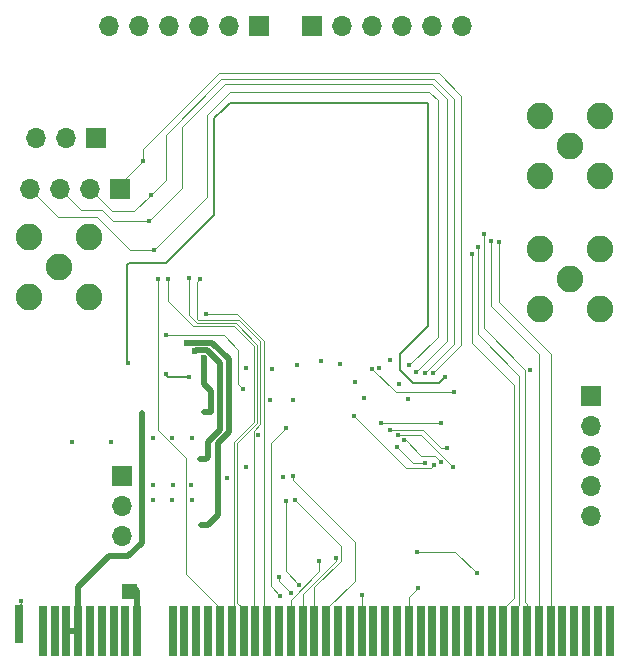
<source format=gbr>
G04 #@! TF.GenerationSoftware,KiCad,Pcbnew,(6.0.10)*
G04 #@! TF.CreationDate,2023-02-01T10:46:16+01:00*
G04 #@! TF.ProjectId,astropix_v3,61737472-6f70-4697-985f-76332e6b6963,1.0*
G04 #@! TF.SameCoordinates,Original*
G04 #@! TF.FileFunction,Copper,L4,Bot*
G04 #@! TF.FilePolarity,Positive*
%FSLAX46Y46*%
G04 Gerber Fmt 4.6, Leading zero omitted, Abs format (unit mm)*
G04 Created by KiCad (PCBNEW (6.0.10)) date 2023-02-01 10:46:16*
%MOMM*%
%LPD*%
G01*
G04 APERTURE LIST*
G04 #@! TA.AperFunction,ComponentPad*
%ADD10C,0.600000*%
G04 #@! TD*
G04 #@! TA.AperFunction,ComponentPad*
%ADD11R,1.700000X1.700000*%
G04 #@! TD*
G04 #@! TA.AperFunction,ComponentPad*
%ADD12O,1.700000X1.700000*%
G04 #@! TD*
G04 #@! TA.AperFunction,ComponentPad*
%ADD13C,2.250000*%
G04 #@! TD*
G04 #@! TA.AperFunction,ConnectorPad*
%ADD14R,0.700000X3.200000*%
G04 #@! TD*
G04 #@! TA.AperFunction,ConnectorPad*
%ADD15R,0.700000X4.300000*%
G04 #@! TD*
G04 #@! TA.AperFunction,ViaPad*
%ADD16C,0.450000*%
G04 #@! TD*
G04 #@! TA.AperFunction,Conductor*
%ADD17C,0.125000*%
G04 #@! TD*
G04 #@! TA.AperFunction,Conductor*
%ADD18C,0.150000*%
G04 #@! TD*
G04 #@! TA.AperFunction,Conductor*
%ADD19C,0.500000*%
G04 #@! TD*
G04 #@! TA.AperFunction,Conductor*
%ADD20C,0.250000*%
G04 #@! TD*
G04 APERTURE END LIST*
D10*
G04 #@! TO.P,U5,VDDA_Ring,VDDA_Ring*
G04 #@! TO.N,VDDA*
X120400000Y-81400000D03*
G04 #@! TO.P,U5,VDDD_Ring,VDDD_Ring*
G04 #@! TO.N,VDD*
X121100000Y-82100000D03*
G04 #@! TO.P,U5,VSSA_Ring,VSSA_Ring*
G04 #@! TO.N,VSSA*
X121800000Y-82700000D03*
G04 #@! TD*
D11*
G04 #@! TO.P,J7,1,Pin_1*
G04 #@! TO.N,Net-(R6-Pad1)*
X112700000Y-64100000D03*
D12*
G04 #@! TO.P,J7,2,Pin_2*
G04 #@! TO.N,GND*
X110160000Y-64100000D03*
G04 #@! TO.P,J7,3,Pin_3*
G04 #@! TO.N,Net-(R19-Pad2)*
X107620000Y-64100000D03*
G04 #@! TD*
D13*
G04 #@! TO.P,J6,1,In*
G04 #@! TO.N,/HV_in_ext*
X109520000Y-75000000D03*
G04 #@! TO.P,J6,2,Ext*
G04 #@! TO.N,GND*
X106980000Y-72460000D03*
X112060000Y-77540000D03*
X106980000Y-77540000D03*
X112060000Y-72460000D03*
G04 #@! TD*
D11*
G04 #@! TO.P,J9,1,Pin_1*
G04 #@! TO.N,/spi_left_mosi*
X126492000Y-54610000D03*
D12*
G04 #@! TO.P,J9,2,Pin_2*
G04 #@! TO.N,/spi_left_miso0*
X123952000Y-54610000D03*
G04 #@! TO.P,J9,3,Pin_3*
G04 #@! TO.N,/spi_left_miso1*
X121412000Y-54610000D03*
G04 #@! TO.P,J9,4,Pin_4*
G04 #@! TO.N,/spi_left_clk*
X118872000Y-54610000D03*
G04 #@! TO.P,J9,5,Pin_5*
G04 #@! TO.N,/spi_left_csn*
X116332000Y-54610000D03*
G04 #@! TO.P,J9,6,Pin_6*
G04 #@! TO.N,GND*
X113792000Y-54610000D03*
G04 #@! TD*
D11*
G04 #@! TO.P,J10,1,Pin_1*
G04 #@! TO.N,/spi_right_clk*
X130937000Y-54610000D03*
D12*
G04 #@! TO.P,J10,2,Pin_2*
G04 #@! TO.N,/spi_right_miso1*
X133477000Y-54610000D03*
G04 #@! TO.P,J10,3,Pin_3*
G04 #@! TO.N,/spi_right_miso0*
X136017000Y-54610000D03*
G04 #@! TO.P,J10,4,Pin_4*
G04 #@! TO.N,/spi_right_csn*
X138557000Y-54610000D03*
G04 #@! TO.P,J10,5,Pin_5*
G04 #@! TO.N,/spi_right_mosi*
X141097000Y-54610000D03*
G04 #@! TO.P,J10,6,Pin_6*
G04 #@! TO.N,GND*
X143637000Y-54610000D03*
G04 #@! TD*
D14*
G04 #@! TO.P,J1,A1,HV*
G04 #@! TO.N,-HV*
X106172000Y-105241000D03*
D15*
G04 #@! TO.P,J1,A3,VDD33*
G04 #@! TO.N,unconnected-(J1-PadA3)*
X108172000Y-105791000D03*
G04 #@! TO.P,J1,A4,VDD33*
G04 #@! TO.N,unconnected-(J1-PadA4)*
X109172000Y-105791000D03*
G04 #@! TO.P,J1,A5,VSSA*
G04 #@! TO.N,VSSA*
X110172000Y-105791000D03*
G04 #@! TO.P,J1,A6,VSSA*
X111172000Y-105791000D03*
G04 #@! TO.P,J1,A7,POW5*
G04 #@! TO.N,unconnected-(J1-PadA7)*
X112172000Y-105791000D03*
G04 #@! TO.P,J1,A8,POW5*
G04 #@! TO.N,unconnected-(J1-PadA8)*
X113172000Y-105791000D03*
G04 #@! TO.P,J1,A9,POW7*
G04 #@! TO.N,unconnected-(J1-PadA9)*
X114172000Y-105791000D03*
G04 #@! TO.P,J1,A10,POW7*
G04 #@! TO.N,unconnected-(J1-PadA10)*
X115172000Y-105791000D03*
G04 #@! TO.P,J1,A11,GND*
G04 #@! TO.N,GND*
X116172000Y-105791000D03*
G04 #@! TO.P,J1,A12,C1_1*
G04 #@! TO.N,unconnected-(J1-PadA12)*
X119172000Y-105791000D03*
G04 #@! TO.P,J1,A13,C1_2*
G04 #@! TO.N,unconnected-(J1-PadA13)*
X120172000Y-105791000D03*
G04 #@! TO.P,J1,A14,C1_5*
G04 #@! TO.N,unconnected-(J1-PadA14)*
X121172000Y-105791000D03*
G04 #@! TO.P,J1,A15,C1_6*
G04 #@! TO.N,unconnected-(J1-PadA15)*
X122172000Y-105791000D03*
G04 #@! TO.P,J1,A16,FMC_LA23_P*
G04 #@! TO.N,/spi_left_csn*
X123172000Y-105791000D03*
G04 #@! TO.P,J1,A17,FMC_LA23_N*
G04 #@! TO.N,/spi_left_clk*
X124172000Y-105791000D03*
G04 #@! TO.P,J1,A18,FMC_LA21_P*
G04 #@! TO.N,/spi_left_miso1*
X125172000Y-105791000D03*
G04 #@! TO.P,J1,A19,FMC_LA21_N*
G04 #@! TO.N,/spi_left_miso0*
X126172000Y-105791000D03*
G04 #@! TO.P,J1,A20,FMC_LA19_P*
G04 #@! TO.N,/spi_left_mosi*
X127172000Y-105791000D03*
G04 #@! TO.P,J1,A21,FMC_LA19_N*
G04 #@! TO.N,unconnected-(J1-PadA21)*
X128172000Y-105791000D03*
G04 #@! TO.P,J1,A22,FMC_LA17_CC_P*
G04 #@! TO.N,/sr_out*
X129172000Y-105791000D03*
G04 #@! TO.P,J1,A23,FMC_LA17_CC_N*
G04 #@! TO.N,/sr_rb*
X130172000Y-105791000D03*
G04 #@! TO.P,J1,A24,C2_1*
G04 #@! TO.N,/sr_ck1*
X131172000Y-105791000D03*
G04 #@! TO.P,J1,A25,C2_2*
G04 #@! TO.N,/sr_ck2*
X132172000Y-105791000D03*
G04 #@! TO.P,J1,A26,C2_5*
G04 #@! TO.N,unconnected-(J1-PadA26)*
X133172000Y-105791000D03*
G04 #@! TO.P,J1,A27,C2_6*
G04 #@! TO.N,unconnected-(J1-PadA27)*
X134172000Y-105791000D03*
G04 #@! TO.P,J1,A28,C3_1*
G04 #@! TO.N,/Inj*
X135172000Y-105791000D03*
G04 #@! TO.P,J1,A29,C3_2*
G04 #@! TO.N,unconnected-(J1-PadA29)*
X136172000Y-105791000D03*
G04 #@! TO.P,J1,A30,C3_5*
G04 #@! TO.N,unconnected-(J1-PadA30)*
X137172000Y-105791000D03*
G04 #@! TO.P,J1,A31,C3_6*
G04 #@! TO.N,unconnected-(J1-PadA31)*
X138172000Y-105791000D03*
G04 #@! TO.P,J1,A32,C4_1*
G04 #@! TO.N,/DAC_ThPMOS*
X139172000Y-105791000D03*
G04 #@! TO.P,J1,A33,C4_2*
G04 #@! TO.N,unconnected-(J1-PadA33)*
X140172000Y-105791000D03*
G04 #@! TO.P,J1,A34,C4_5*
G04 #@! TO.N,unconnected-(J1-PadA34)*
X141172000Y-105791000D03*
G04 #@! TO.P,J1,A35,C4_6*
G04 #@! TO.N,unconnected-(J1-PadA35)*
X142172000Y-105791000D03*
G04 #@! TO.P,J1,A36,C5_1*
G04 #@! TO.N,unconnected-(J1-PadA36)*
X143172000Y-105791000D03*
G04 #@! TO.P,J1,A37,C5_2*
G04 #@! TO.N,unconnected-(J1-PadA37)*
X144172000Y-105791000D03*
G04 #@! TO.P,J1,A38,C5_5*
G04 #@! TO.N,unconnected-(J1-PadA38)*
X145172000Y-105791000D03*
G04 #@! TO.P,J1,A39,C5_6*
G04 #@! TO.N,unconnected-(J1-PadA39)*
X146172000Y-105791000D03*
G04 #@! TO.P,J1,A40,FMC_LA15_P*
G04 #@! TO.N,/spi_right_clk*
X147172000Y-105791000D03*
G04 #@! TO.P,J1,A41,FMC_LA15_N*
G04 #@! TO.N,/spi_right_miso1*
X148172000Y-105791000D03*
G04 #@! TO.P,J1,A42,FMC_LA13_P*
G04 #@! TO.N,/spi_right_miso0*
X149172000Y-105791000D03*
G04 #@! TO.P,J1,A43,FMC_LA13_N*
G04 #@! TO.N,/spi_right_csn*
X150172000Y-105791000D03*
G04 #@! TO.P,J1,A44,FMC_LA11_P*
G04 #@! TO.N,/spi_right_mosi*
X151172000Y-105791000D03*
G04 #@! TO.P,J1,A45,FMC_LA11_N*
G04 #@! TO.N,unconnected-(J1-PadA45)*
X152172000Y-105791000D03*
G04 #@! TO.P,J1,A46,FMC_LA09_P*
G04 #@! TO.N,unconnected-(J1-PadA46)*
X153172000Y-105791000D03*
G04 #@! TO.P,J1,A47,FMC_LA09_N*
G04 #@! TO.N,unconnected-(J1-PadA47)*
X154172000Y-105791000D03*
G04 #@! TO.P,J1,A48,FMC_LA07_P*
G04 #@! TO.N,unconnected-(J1-PadA48)*
X155172000Y-105791000D03*
G04 #@! TO.P,J1,A49,FMC_LA07_N*
G04 #@! TO.N,unconnected-(J1-PadA49)*
X156172000Y-105791000D03*
G04 #@! TD*
D11*
G04 #@! TO.P,JP1,1,A*
G04 #@! TO.N,/VDD18_in*
X114909600Y-92710000D03*
D12*
G04 #@! TO.P,JP1,2,C*
G04 #@! TO.N,VDD*
X114909600Y-95250000D03*
G04 #@! TO.P,JP1,3,B*
G04 #@! TO.N,/POW4_in*
X114909600Y-97790000D03*
G04 #@! TD*
D13*
G04 #@! TO.P,J5,1,In*
G04 #@! TO.N,/sc_out*
X152800000Y-64800000D03*
G04 #@! TO.P,J5,2,Ext*
G04 #@! TO.N,GND*
X155340000Y-67340000D03*
X155340000Y-62260000D03*
X150260000Y-62260000D03*
X150260000Y-67340000D03*
G04 #@! TD*
G04 #@! TO.P,J4,1,In*
G04 #@! TO.N,Net-(J4-Pad1)*
X152800000Y-76000000D03*
G04 #@! TO.P,J4,2,Ext*
G04 #@! TO.N,GND*
X150260000Y-78540000D03*
X155340000Y-73460000D03*
X150260000Y-73460000D03*
X155340000Y-78540000D03*
G04 #@! TD*
D11*
G04 #@! TO.P,J2,1,Pin_1*
G04 #@! TO.N,/ring1*
X114700000Y-68400000D03*
D12*
G04 #@! TO.P,J2,2,Pin_2*
G04 #@! TO.N,/ring2*
X112160000Y-68400000D03*
G04 #@! TO.P,J2,3,Pin_3*
G04 #@! TO.N,/ring3*
X109620000Y-68400000D03*
G04 #@! TO.P,J2,4,Pin_4*
G04 #@! TO.N,/ring4*
X107080000Y-68400000D03*
G04 #@! TD*
D11*
G04 #@! TO.P,J3,1,Pin_1*
G04 #@! TO.N,Net-(J3-Pad1)*
X154600000Y-85960000D03*
D12*
G04 #@! TO.P,J3,2,Pin_2*
G04 #@! TO.N,Net-(J3-Pad2)*
X154600000Y-88500000D03*
G04 #@! TO.P,J3,3,Pin_3*
G04 #@! TO.N,Net-(J3-Pad3)*
X154600000Y-91040000D03*
G04 #@! TO.P,J3,4,Pin_4*
G04 #@! TO.N,Net-(J3-Pad4)*
X154600000Y-93580000D03*
G04 #@! TO.P,J3,5,Pin_5*
G04 #@! TO.N,GND*
X154600000Y-96120000D03*
G04 #@! TD*
D16*
G04 #@! TO.N,suba*
X118600000Y-84100000D03*
X120525279Y-84289388D03*
G04 #@! TO.N,VDD*
X122025400Y-91274600D03*
X121523700Y-91274600D03*
G04 #@! TO.N,VDDA*
X121551404Y-96863200D03*
X122123200Y-96850200D03*
G04 #@! TO.N,suba*
X142200000Y-84300000D03*
X115400000Y-83100000D03*
G04 #@! TO.N,Net-(J3-Pad1)*
X136800000Y-88200000D03*
X141900000Y-88200000D03*
G04 #@! TO.N,/res_n*
X129901386Y-101901386D03*
X128750000Y-94800000D03*
G04 #@! TO.N,Net-(J4-Pad1)*
X143000000Y-85600000D03*
X136085000Y-83635000D03*
G04 #@! TO.N,/Inj*
X135200000Y-102800000D03*
G04 #@! TO.N,/DAC_vminuspix*
X134508715Y-87608887D03*
X141312479Y-91777953D03*
G04 #@! TO.N,/DAC_ThPix*
X140561501Y-91609631D03*
X138175249Y-90216461D03*
G04 #@! TO.N,/timestamp_clk*
X128800000Y-88600000D03*
X128300000Y-102850000D03*
G04 #@! TO.N,/sr_ck2*
X129338489Y-92700000D03*
G04 #@! TO.N,/sr_ck1*
X129500000Y-94700000D03*
G04 #@! TO.N,GND*
X128547601Y-92809810D03*
X139088000Y-86200000D03*
X120777000Y-94742000D03*
X125347197Y-91920804D03*
X136657557Y-83538000D03*
X149411002Y-83757228D03*
X125385000Y-83585000D03*
X117500400Y-93421200D03*
X129338000Y-86300000D03*
X119150000Y-89450000D03*
X115824000Y-102717600D03*
X119176800Y-93421200D03*
X134611520Y-84750000D03*
X129700000Y-83300000D03*
X115214400Y-102743000D03*
X120800000Y-89450000D03*
X131750000Y-83000000D03*
X120751600Y-93421200D03*
X117550000Y-89450000D03*
X115824000Y-102108000D03*
X138350000Y-84900000D03*
X110642400Y-89814400D03*
X117500388Y-94691200D03*
X123797801Y-92835204D03*
X133350000Y-83250000D03*
X119151402Y-94691200D03*
X127600000Y-83600000D03*
X126439401Y-89253804D03*
X115214400Y-102108000D03*
X127400000Y-86300000D03*
X135412000Y-86100000D03*
X137550000Y-82850000D03*
X113944400Y-89814398D03*
G04 #@! TO.N,/interrupt*
X129150000Y-102600000D03*
X128152446Y-101285102D03*
G04 #@! TO.N,-HV*
X106297030Y-103276400D03*
G04 #@! TO.N,/spi_left_csn*
X117900000Y-76000000D03*
G04 #@! TO.N,/spi_left_clk*
X118807298Y-76007298D03*
G04 #@! TO.N,/spi_left_mosi*
X121991250Y-78991250D03*
G04 #@! TO.N,/spi_left_miso0*
X121500000Y-76000000D03*
G04 #@! TO.N,/spi_left_miso1*
X120552861Y-75952861D03*
G04 #@! TO.N,/spi_right_csn*
X146100000Y-72800000D03*
G04 #@! TO.N,/spi_right_clk*
X144500000Y-73900000D03*
G04 #@! TO.N,/spi_right_mosi*
X146800000Y-72900000D03*
G04 #@! TO.N,/spi_right_miso0*
X145500000Y-72200000D03*
G04 #@! TO.N,/spi_right_miso1*
X144997500Y-73300000D03*
G04 #@! TO.N,/sr_rb*
X132981510Y-99685838D03*
G04 #@! TO.N,/sr_out*
X131600000Y-99900000D03*
G04 #@! TO.N,/DigInj*
X139900000Y-99100000D03*
X144900000Y-100900000D03*
G04 #@! TO.N,/ring1*
X141200000Y-84000000D03*
X116694142Y-66014314D03*
G04 #@! TO.N,/ring2*
X140500000Y-84000000D03*
X117325000Y-68875000D03*
G04 #@! TO.N,/ring3*
X117193164Y-71138907D03*
X139808672Y-83891328D03*
G04 #@! TO.N,/ring4*
X139208672Y-83291328D03*
X117605164Y-73544836D03*
G04 #@! TO.N,Net-(J3-Pad2)*
X137600000Y-88800000D03*
X142400000Y-90300000D03*
G04 #@! TO.N,Net-(J3-Pad3)*
X138212281Y-89200000D03*
X142899244Y-91901275D03*
G04 #@! TO.N,Net-(J3-Pad4)*
X138788000Y-89673383D03*
X141932656Y-91517344D03*
G04 #@! TO.N,VSSA*
X116550000Y-88650000D03*
X122400000Y-87300000D03*
X116550000Y-87400000D03*
X116550000Y-88000000D03*
X121800000Y-87300000D03*
G04 #@! TO.N,/DAC_ThPMOS*
X139950000Y-102150000D03*
G04 #@! TO.N,Net-(R11-Pad2)*
X125100000Y-85300000D03*
X118600000Y-80800000D03*
G04 #@! TD*
D17*
G04 #@! TO.N,/spi_right_miso1*
X148172000Y-103991000D02*
X148172000Y-105791000D01*
X148500000Y-103663000D02*
X148172000Y-103991000D01*
X148500000Y-84200000D02*
X148500000Y-103663000D01*
X144997500Y-80697500D02*
X148500000Y-84200000D01*
X144997500Y-73300000D02*
X144997500Y-80697500D01*
G04 #@! TO.N,/spi_right_clk*
X148100000Y-85000000D02*
X144500000Y-81400000D01*
X148100000Y-103063000D02*
X148100000Y-85000000D01*
X147172000Y-105791000D02*
X147172000Y-103991000D01*
X147172000Y-103991000D02*
X148100000Y-103063000D01*
X144500000Y-81400000D02*
X144500000Y-73900000D01*
G04 #@! TO.N,/spi_right_miso0*
X149172000Y-103516000D02*
X149172000Y-105791000D01*
X145500000Y-80194304D02*
X148999002Y-83693306D01*
X145500000Y-72200000D02*
X145500000Y-80194304D01*
X148999002Y-103343002D02*
X149172000Y-103516000D01*
G04 #@! TO.N,/spi_right_csn*
X146100000Y-78300000D02*
X146100000Y-72800000D01*
X150172000Y-82372000D02*
X146100000Y-78300000D01*
X150172000Y-105791000D02*
X150172000Y-82372000D01*
G04 #@! TO.N,/spi_right_miso0*
X148999002Y-83693306D02*
X148999002Y-103343002D01*
G04 #@! TO.N,/spi_right_mosi*
X151172000Y-82372000D02*
X146800000Y-78000000D01*
X146800000Y-78000000D02*
X146800000Y-72900000D01*
X151172000Y-105791000D02*
X151172000Y-82372000D01*
G04 #@! TO.N,/sr_out*
X129172000Y-105791000D02*
X129172000Y-103213428D01*
G04 #@! TO.N,/res_n*
X128750000Y-94800000D02*
X128750000Y-100750000D01*
G04 #@! TO.N,/sr_out*
X129172000Y-103213428D02*
X131600000Y-100785428D01*
X131600000Y-100785428D02*
X131600000Y-99900000D01*
G04 #@! TO.N,/res_n*
X128750000Y-100750000D02*
X129901386Y-101901386D01*
G04 #@! TO.N,/sr_rb*
X132981510Y-99915628D02*
X132981510Y-99685838D01*
X130172000Y-105791000D02*
X130172000Y-102725138D01*
X130172000Y-102725138D02*
X132981510Y-99915628D01*
G04 #@! TO.N,/sr_ck2*
X134600000Y-98300000D02*
X129338489Y-93038489D01*
X134600000Y-101563000D02*
X134600000Y-98300000D01*
X132172000Y-103991000D02*
X134600000Y-101563000D01*
X132172000Y-105791000D02*
X132172000Y-103991000D01*
X129338489Y-93038489D02*
X129338489Y-92700000D01*
D18*
G04 #@! TO.N,suba*
X141700000Y-84800000D02*
X141600000Y-84800000D01*
X142200000Y-84300000D02*
X141700000Y-84800000D01*
D19*
G04 #@! TO.N,VSSA*
X122400000Y-87300000D02*
X121800000Y-87300000D01*
D17*
G04 #@! TO.N,Net-(J3-Pad1)*
X136800000Y-88200000D02*
X141900000Y-88200000D01*
D20*
G04 #@! TO.N,VDDA*
X121564404Y-96850200D02*
X121551404Y-96863200D01*
D19*
X122123200Y-96850200D02*
X121564404Y-96850200D01*
X123000000Y-95973400D02*
X122123200Y-96850200D01*
X123000000Y-89883192D02*
X123000000Y-95973400D01*
X123924999Y-82824999D02*
X123924999Y-88958193D01*
X123924999Y-88958193D02*
X123000000Y-89883192D01*
X122500000Y-81400000D02*
X123924999Y-82824999D01*
X120400000Y-81400000D02*
X122500000Y-81400000D01*
D18*
G04 #@! TO.N,suba*
X118789388Y-84289388D02*
X118600000Y-84100000D01*
X120525279Y-84289388D02*
X118789388Y-84289388D01*
D17*
G04 #@! TO.N,/ring2*
X118600000Y-67600000D02*
X117325000Y-68875000D01*
X118600000Y-63800000D02*
X118600000Y-67600000D01*
X123300000Y-59100000D02*
X118600000Y-63800000D01*
X141300000Y-59100000D02*
X123300000Y-59100000D01*
X143000000Y-60800000D02*
X141300000Y-59100000D01*
X143000000Y-81500000D02*
X143000000Y-60800000D01*
X114060000Y-70300000D02*
X115900000Y-70300000D01*
X140500000Y-84000000D02*
X143000000Y-81500000D01*
X115900000Y-70300000D02*
X117325000Y-68875000D01*
X112160000Y-68400000D02*
X114060000Y-70300000D01*
D19*
G04 #@! TO.N,VDD*
X122025400Y-91274600D02*
X121523700Y-91274600D01*
X121100000Y-82100000D02*
X121174511Y-82025489D01*
X121174511Y-82025489D02*
X122079393Y-82025489D01*
X122200000Y-91100000D02*
X122025400Y-91274600D01*
X123200000Y-83146096D02*
X123200000Y-88800000D01*
X123200000Y-88800000D02*
X122200000Y-89800000D01*
X122200000Y-89800000D02*
X122200000Y-91100000D01*
X122079393Y-82025489D02*
X123200000Y-83146096D01*
D18*
G04 #@! TO.N,suba*
X122700000Y-62400000D02*
X122700000Y-70600000D01*
X123500000Y-61600000D02*
X122700000Y-62400000D01*
X122700000Y-70600000D02*
X118625000Y-74675000D01*
X115300000Y-74823223D02*
X115300000Y-75200000D01*
X124000000Y-61100000D02*
X123500000Y-61600000D01*
X139500000Y-84800000D02*
X138400000Y-83700000D01*
X115300000Y-75200000D02*
X115300000Y-83000000D01*
X141600000Y-84800000D02*
X140200000Y-84800000D01*
X140200000Y-80600000D02*
X140800000Y-80000000D01*
X140200000Y-84800000D02*
X139500000Y-84800000D01*
X138400000Y-82400000D02*
X140200000Y-80600000D01*
X140800000Y-61100000D02*
X124000000Y-61100000D01*
X140800000Y-80000000D02*
X140800000Y-61100000D01*
X118625000Y-74675000D02*
X115448223Y-74675000D01*
X138400000Y-83700000D02*
X138400000Y-82400000D01*
X115448223Y-74675000D02*
X115300000Y-74823223D01*
X115300000Y-83000000D02*
X115400000Y-83100000D01*
D17*
G04 #@! TO.N,Net-(J4-Pad1)*
X136085000Y-83635000D02*
X138050000Y-85600000D01*
X138050000Y-85600000D02*
X143000000Y-85600000D01*
G04 #@! TO.N,/Inj*
X135200000Y-102800000D02*
X135172000Y-102828000D01*
X135172000Y-102828000D02*
X135172000Y-105791000D01*
G04 #@! TO.N,/DAC_vminuspix*
X141068801Y-92021631D02*
X141312479Y-91777953D01*
X138921459Y-92021631D02*
X141068801Y-92021631D01*
X134508715Y-87608887D02*
X138921459Y-92021631D01*
G04 #@! TO.N,/DAC_ThPix*
X138175249Y-90275249D02*
X139509631Y-91609631D01*
X138175249Y-90216461D02*
X138175249Y-90275249D01*
X139509631Y-91609631D02*
X140561501Y-91609631D01*
G04 #@! TO.N,/timestamp_clk*
X127500000Y-89900000D02*
X128800000Y-88600000D01*
X128300000Y-102850000D02*
X127500000Y-102050000D01*
X127500000Y-102050000D02*
X127500000Y-89900000D01*
G04 #@! TO.N,/sr_ck1*
X131172000Y-102078006D02*
X133393511Y-99856495D01*
X133393511Y-98593511D02*
X129500000Y-94700000D01*
X133393511Y-99856495D02*
X133393511Y-98593511D01*
X131172000Y-104250000D02*
X131172000Y-102078006D01*
D19*
G04 #@! TO.N,GND*
X116172000Y-105791000D02*
X116172000Y-102456000D01*
X116172000Y-102456000D02*
X115824000Y-102108000D01*
D17*
G04 #@! TO.N,/interrupt*
X128152446Y-101602446D02*
X128152446Y-101285102D01*
X129150000Y-102600000D02*
X128152446Y-101602446D01*
G04 #@! TO.N,-HV*
X106172000Y-103632000D02*
X106297030Y-103506970D01*
X106172000Y-105241000D02*
X106172000Y-103632000D01*
X106297030Y-103506970D02*
X106297030Y-103276400D01*
G04 #@! TO.N,/spi_left_csn*
X117900000Y-88782673D02*
X120300000Y-91182673D01*
X120300000Y-91182673D02*
X120300000Y-100965011D01*
X117900000Y-76000000D02*
X117900000Y-88782673D01*
X120300000Y-100965011D02*
X123172000Y-103837011D01*
X123172000Y-103837011D02*
X123172000Y-105791000D01*
G04 #@! TO.N,/spi_left_clk*
X126100000Y-81700000D02*
X126100000Y-88100000D01*
X126100000Y-88100000D02*
X124362019Y-89837981D01*
X124400000Y-80000000D02*
X126100000Y-81700000D01*
X124362019Y-89837981D02*
X124362019Y-105600981D01*
X124362019Y-105600981D02*
X124172000Y-105791000D01*
X118807298Y-77907298D02*
X120900000Y-80000000D01*
X120900000Y-80000000D02*
X124400000Y-80000000D01*
X118807298Y-76007298D02*
X118807298Y-77907298D01*
G04 #@! TO.N,/spi_left_mosi*
X126900000Y-81241414D02*
X126900000Y-105519000D01*
X121991250Y-78991250D02*
X124649836Y-78991250D01*
X126900000Y-105519000D02*
X127172000Y-105791000D01*
X124649836Y-78991250D02*
X126900000Y-81241414D01*
G04 #@! TO.N,/spi_left_miso0*
X126599022Y-88306700D02*
X126599021Y-81293296D01*
X126172000Y-105791000D02*
X126027390Y-105646390D01*
X121200000Y-79400000D02*
X121200000Y-76300000D01*
X124806703Y-79500978D02*
X121300978Y-79500978D01*
X121200000Y-76300000D02*
X121500000Y-76000000D01*
X121300978Y-79500978D02*
X121200000Y-79400000D01*
X126027390Y-88878332D02*
X126599022Y-88306700D01*
X126027390Y-105646390D02*
X126027390Y-88878332D01*
X126599021Y-81293296D02*
X124806703Y-79500978D01*
G04 #@! TO.N,/spi_left_miso1*
X125172000Y-103991000D02*
X124643720Y-103462720D01*
X121197615Y-79750489D02*
X120552861Y-79105735D01*
X125172000Y-105791000D02*
X125172000Y-103991000D01*
X120552861Y-79105735D02*
X120552861Y-75952861D01*
X124503350Y-79750489D02*
X121197615Y-79750489D01*
X124643720Y-103462720D02*
X124643720Y-89909142D01*
X124643720Y-89909142D02*
X126349511Y-88203350D01*
X126349510Y-81596648D02*
X124503350Y-79750489D01*
X126349511Y-88203350D02*
X126349510Y-81596648D01*
G04 #@! TO.N,/DigInj*
X143100000Y-99100000D02*
X144900000Y-100900000D01*
X139900000Y-99100000D02*
X143100000Y-99100000D01*
G04 #@! TO.N,/ring1*
X123100000Y-58600000D02*
X116694142Y-65005858D01*
X114700000Y-68008456D02*
X116694142Y-66014314D01*
X114700000Y-68400000D02*
X114700000Y-68008456D01*
X116694142Y-65005858D02*
X116694142Y-66014314D01*
X143600000Y-60500000D02*
X141700000Y-58600000D01*
X141700000Y-58600000D02*
X123100000Y-58600000D01*
X141200000Y-84000000D02*
X143600000Y-81600000D01*
X143600000Y-81600000D02*
X143600000Y-60500000D01*
G04 #@! TO.N,/ring3*
X120000000Y-68332071D02*
X117193164Y-71138907D01*
X142400000Y-81300000D02*
X142400000Y-60800000D01*
X111420000Y-70200000D02*
X113200000Y-70200000D01*
X114138907Y-71138907D02*
X117193164Y-71138907D01*
X123596648Y-59550490D02*
X120000000Y-63147138D01*
X120000000Y-63147138D02*
X120000000Y-68332071D01*
X142400000Y-60800000D02*
X141150490Y-59550490D01*
X113200000Y-70200000D02*
X114138907Y-71138907D01*
X139808672Y-83891328D02*
X142400000Y-81300000D01*
X141150490Y-59550490D02*
X123596648Y-59550490D01*
X109620000Y-68400000D02*
X111420000Y-70200000D01*
G04 #@! TO.N,/ring4*
X122062999Y-62136145D02*
X123999144Y-60200000D01*
X117605164Y-73544836D02*
X115544836Y-73544836D01*
X122062999Y-69087001D02*
X122062999Y-62136145D01*
X140900000Y-60200000D02*
X141600000Y-60900000D01*
X123999144Y-60200000D02*
X140900000Y-60200000D01*
X141600000Y-80900000D02*
X139208672Y-83291328D01*
X141600000Y-60900000D02*
X141600000Y-80900000D01*
X112800000Y-70800000D02*
X109480000Y-70800000D01*
X117605164Y-73544836D02*
X122062999Y-69087001D01*
X115544836Y-73544836D02*
X112800000Y-70800000D01*
X109480000Y-70800000D02*
X107080000Y-68400000D01*
G04 #@! TO.N,Net-(J3-Pad2)*
X137612001Y-88787999D02*
X140387999Y-88787999D01*
X137600000Y-88800000D02*
X137612001Y-88787999D01*
X140387999Y-88787999D02*
X141900000Y-90300000D01*
X141900000Y-90300000D02*
X142400000Y-90300000D01*
G04 #@! TO.N,Net-(J3-Pad3)*
X138212281Y-89200000D02*
X140197970Y-89200000D01*
X140197970Y-89200000D02*
X142899244Y-91901275D01*
G04 #@! TO.N,Net-(J3-Pad4)*
X138915772Y-89673383D02*
X138788000Y-89673383D01*
X141932656Y-91517344D02*
X141411985Y-90996671D01*
X140239060Y-90996671D02*
X138915772Y-89673383D01*
X141411985Y-90996671D02*
X140239060Y-90996671D01*
D19*
G04 #@! TO.N,VSSA*
X116550000Y-88000000D02*
X116550000Y-87400000D01*
X111172000Y-105791000D02*
X111172000Y-102128000D01*
X116550000Y-88650000D02*
X116550000Y-88000000D01*
X121800000Y-84900000D02*
X121800000Y-82700000D01*
X115400000Y-99500000D02*
X116550000Y-98350000D01*
X111172000Y-102128000D02*
X113800000Y-99500000D01*
X110172000Y-105791000D02*
X111172000Y-105791000D01*
X122400000Y-85500000D02*
X121800000Y-84900000D01*
X122400000Y-87300000D02*
X122400000Y-85500000D01*
X113800000Y-99500000D02*
X115400000Y-99500000D01*
X116550000Y-98350000D02*
X116550000Y-88650000D01*
D17*
G04 #@! TO.N,/DAC_ThPMOS*
X139950000Y-102150000D02*
X139172000Y-102928000D01*
X139172000Y-102928000D02*
X139172000Y-105791000D01*
G04 #@! TO.N,Net-(R11-Pad2)*
X125100000Y-85300000D02*
X124700000Y-84900000D01*
X124700000Y-82000000D02*
X123500000Y-80800000D01*
X124700000Y-84900000D02*
X124700000Y-82000000D01*
X123500000Y-80800000D02*
X118600000Y-80800000D01*
G04 #@! TD*
G04 #@! TA.AperFunction,Conductor*
G04 #@! TO.N,GND*
G36*
X116121721Y-101823202D02*
G01*
X116168214Y-101876858D01*
X116179600Y-101929200D01*
X116179600Y-102947200D01*
X116159598Y-103015321D01*
X116105942Y-103061814D01*
X116053600Y-103073200D01*
X114984800Y-103073200D01*
X114916679Y-103053198D01*
X114870186Y-102999542D01*
X114858800Y-102947200D01*
X114858800Y-101929200D01*
X114878802Y-101861079D01*
X114932458Y-101814586D01*
X114984800Y-101803200D01*
X116053600Y-101803200D01*
X116121721Y-101823202D01*
G37*
G04 #@! TD.AperFunction*
G04 #@! TD*
M02*

</source>
